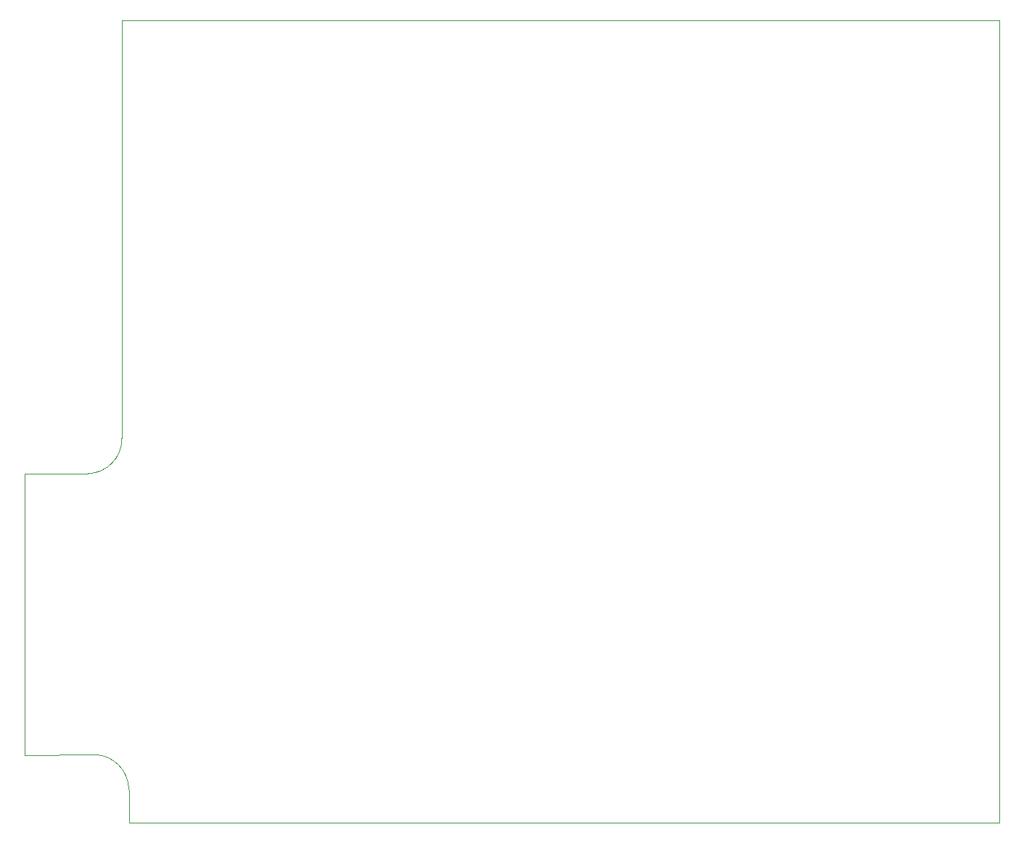
<source format=gm1>
G04 #@! TF.GenerationSoftware,KiCad,Pcbnew,(7.0.0-0)*
G04 #@! TF.CreationDate,2023-11-03T12:50:16+02:00*
G04 #@! TF.ProjectId,Untitled,556e7469-746c-4656-942e-6b696361645f,rev?*
G04 #@! TF.SameCoordinates,Original*
G04 #@! TF.FileFunction,Profile,NP*
%FSLAX46Y46*%
G04 Gerber Fmt 4.6, Leading zero omitted, Abs format (unit mm)*
G04 Created by KiCad (PCBNEW (7.0.0-0)) date 2023-11-03 12:50:16*
%MOMM*%
%LPD*%
G01*
G04 APERTURE LIST*
G04 #@! TA.AperFunction,Profile*
%ADD10C,0.100000*%
G04 #@! TD*
G04 APERTURE END LIST*
D10*
X197980000Y-23000000D02*
X197970000Y-116620000D01*
X96410000Y-112810000D02*
G75*
G03*
X92330000Y-108700000I-4095000J15000D01*
G01*
X84275000Y-75940000D02*
X84275000Y-108760000D01*
X91600000Y-75900000D02*
X84275000Y-75940000D01*
X197980000Y-23000000D02*
X95600000Y-23000000D01*
X96410000Y-116620000D02*
X197970000Y-116620000D01*
X95600000Y-23000000D02*
X95600000Y-71800000D01*
X96410000Y-112810000D02*
X96410000Y-116620000D01*
X91600000Y-75899999D02*
G75*
G03*
X95599999Y-71800000I-50000J4049999D01*
G01*
X92330000Y-108700000D02*
X84275000Y-108760000D01*
M02*

</source>
